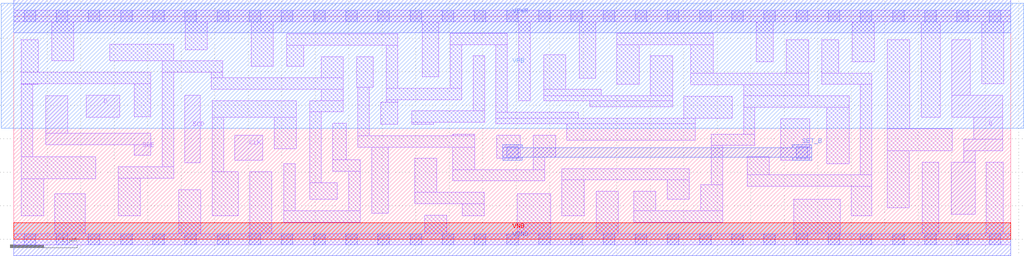
<source format=lef>
# Copyright 2020 The SkyWater PDK Authors
#
# Licensed under the Apache License, Version 2.0 (the "License");
# you may not use this file except in compliance with the License.
# You may obtain a copy of the License at
#
#     https://www.apache.org/licenses/LICENSE-2.0
#
# Unless required by applicable law or agreed to in writing, software
# distributed under the License is distributed on an "AS IS" BASIS,
# WITHOUT WARRANTIES OR CONDITIONS OF ANY KIND, either express or implied.
# See the License for the specific language governing permissions and
# limitations under the License.
#
# SPDX-License-Identifier: Apache-2.0

VERSION 5.7 ;
  NOWIREEXTENSIONATPIN ON ;
  DIVIDERCHAR "/" ;
  BUSBITCHARS "[]" ;
MACRO sky130_fd_sc_ls__sdfstp_2
  CLASS CORE ;
  FOREIGN sky130_fd_sc_ls__sdfstp_2 ;
  ORIGIN  0.000000  0.000000 ;
  SIZE  14.88000 BY  3.330000 ;
  SYMMETRY X Y ;
  SITE unit ;
  PIN D
    ANTENNAGATEAREA  0.159000 ;
    DIRECTION INPUT ;
    USE SIGNAL ;
    PORT
      LAYER li1 ;
        RECT 1.085000 1.820000 1.585000 2.150000 ;
    END
  END D
  PIN Q
    ANTENNADIFFAREA  0.543200 ;
    DIRECTION OUTPUT ;
    USE SIGNAL ;
    PORT
      LAYER li1 ;
        RECT 13.990000 0.370000 14.345000 1.150000 ;
        RECT 13.995000 1.820000 14.755000 2.150000 ;
        RECT 13.995000 2.150000 14.275000 2.980000 ;
        RECT 14.175000 1.150000 14.345000 1.320000 ;
        RECT 14.175000 1.320000 14.755000 1.490000 ;
        RECT 14.325000 1.490000 14.755000 1.820000 ;
    END
  END Q
  PIN SCD
    ANTENNAGATEAREA  0.159000 ;
    DIRECTION INPUT ;
    USE SIGNAL ;
    PORT
      LAYER li1 ;
        RECT 2.555000 1.140000 2.780000 2.150000 ;
    END
  END SCD
  PIN SCE
    ANTENNAGATEAREA  0.318000 ;
    DIRECTION INPUT ;
    USE SIGNAL ;
    PORT
      LAYER li1 ;
        RECT 0.475000 1.410000 2.045000 1.580000 ;
        RECT 0.475000 1.580000 0.805000 2.140000 ;
        RECT 1.795000 1.250000 2.045000 1.410000 ;
    END
  END SCE
  PIN SET_B
    ANTENNAGATEAREA  0.252000 ;
    DIRECTION INPUT ;
    USE SIGNAL ;
    PORT
      LAYER met1 ;
        RECT  7.295000 1.180000  7.585000 1.225000 ;
        RECT  7.295000 1.225000 11.905000 1.365000 ;
        RECT  7.295000 1.365000  7.585000 1.410000 ;
        RECT 11.615000 1.180000 11.905000 1.225000 ;
        RECT 11.615000 1.365000 11.905000 1.410000 ;
    END
  END SET_B
  PIN VNB
    PORT
      LAYER pwell ;
        RECT 0.000000 0.000000 14.880000 0.245000 ;
    END
  END VNB
  PIN VPB
    PORT
      LAYER nwell ;
        RECT -0.190000 1.660000 15.070000 3.520000 ;
    END
  END VPB
  PIN CLK
    ANTENNAGATEAREA  0.279000 ;
    DIRECTION INPUT ;
    USE CLOCK ;
    PORT
      LAYER li1 ;
        RECT 3.300000 1.180000 3.715000 1.550000 ;
    END
  END CLK
  PIN VGND
    DIRECTION INOUT ;
    SHAPE ABUTMENT ;
    USE GROUND ;
    PORT
      LAYER met1 ;
        RECT 0.000000 -0.245000 14.880000 0.245000 ;
    END
  END VGND
  PIN VPWR
    DIRECTION INOUT ;
    SHAPE ABUTMENT ;
    USE POWER ;
    PORT
      LAYER met1 ;
        RECT 0.000000 3.085000 14.880000 3.575000 ;
    END
  END VPWR
  OBS
    LAYER li1 ;
      RECT  0.000000 -0.085000 14.880000 0.085000 ;
      RECT  0.000000  3.245000 14.880000 3.415000 ;
      RECT  0.115000  0.350000  0.445000 0.900000 ;
      RECT  0.115000  0.900000  1.225000 1.230000 ;
      RECT  0.115000  1.230000  0.285000 2.310000 ;
      RECT  0.115000  2.310000  0.365000 2.320000 ;
      RECT  0.115000  2.320000  2.045000 2.490000 ;
      RECT  0.115000  2.490000  0.365000 2.980000 ;
      RECT  0.565000  2.660000  0.895000 3.245000 ;
      RECT  0.615000  0.085000  1.070000 0.680000 ;
      RECT  1.435000  2.660000  2.385000 2.910000 ;
      RECT  1.560000  0.350000  1.890000 0.910000 ;
      RECT  1.560000  0.910000  2.385000 1.080000 ;
      RECT  1.795000  1.830000  2.045000 2.320000 ;
      RECT  2.215000  1.080000  2.385000 2.490000 ;
      RECT  2.215000  2.490000  3.120000 2.660000 ;
      RECT  2.460000  0.085000  2.790000 0.740000 ;
      RECT  2.560000  2.830000  2.890000 3.245000 ;
      RECT  2.950000  2.240000  4.915000 2.410000 ;
      RECT  2.950000  2.410000  3.120000 2.490000 ;
      RECT  2.960000  0.350000  3.350000 1.010000 ;
      RECT  2.960000  1.010000  3.130000 1.820000 ;
      RECT  2.960000  1.820000  4.215000 2.070000 ;
      RECT  3.520000  0.085000  3.850000 1.010000 ;
      RECT  3.545000  2.580000  3.875000 3.245000 ;
      RECT  3.885000  1.350000  4.215000 1.820000 ;
      RECT  4.030000  0.255000  5.170000 0.425000 ;
      RECT  4.030000  0.425000  4.200000 1.130000 ;
      RECT  4.075000  2.580000  4.325000 2.895000 ;
      RECT  4.075000  2.895000  5.730000 3.065000 ;
      RECT  4.420000  0.595000  4.830000 0.845000 ;
      RECT  4.420000  0.845000  4.590000 1.900000 ;
      RECT  4.420000  1.900000  4.915000 2.070000 ;
      RECT  4.585000  2.070000  4.915000 2.240000 ;
      RECT  4.585000  2.410000  4.915000 2.725000 ;
      RECT  4.760000  1.015000  5.170000 1.185000 ;
      RECT  4.760000  1.185000  4.965000 1.730000 ;
      RECT  5.000000  0.425000  5.170000 1.015000 ;
      RECT  5.115000  2.265000  5.365000 2.725000 ;
      RECT  5.135000  1.375000  6.880000 1.545000 ;
      RECT  5.135000  1.545000  5.305000 2.265000 ;
      RECT  5.340000  0.385000  5.590000 1.375000 ;
      RECT  5.475000  1.715000  5.730000 2.045000 ;
      RECT  5.560000  2.045000  5.730000 2.085000 ;
      RECT  5.560000  2.085000  6.685000 2.255000 ;
      RECT  5.560000  2.255000  5.730000 2.895000 ;
      RECT  5.940000  1.715000  6.270000 1.745000 ;
      RECT  5.940000  1.745000  7.025000 1.915000 ;
      RECT  5.980000  0.530000  7.020000 0.700000 ;
      RECT  5.980000  0.700000  6.310000 1.205000 ;
      RECT  6.095000  2.425000  6.345000 3.245000 ;
      RECT  6.130000  0.085000  6.460000 0.360000 ;
      RECT  6.515000  2.255000  6.685000 2.905000 ;
      RECT  6.515000  2.905000  7.365000 3.075000 ;
      RECT  6.550000  0.870000  7.925000 1.040000 ;
      RECT  6.550000  1.040000  6.880000 1.375000 ;
      RECT  6.550000  1.545000  6.880000 1.570000 ;
      RECT  6.690000  0.350000  7.020000 0.530000 ;
      RECT  6.855000  1.915000  7.025000 2.735000 ;
      RECT  7.195000  1.725000 10.170000 1.805000 ;
      RECT  7.195000  1.805000  8.425000 1.895000 ;
      RECT  7.195000  1.895000  7.365000 2.905000 ;
      RECT  7.205000  1.210000  7.555000 1.555000 ;
      RECT  7.510000  0.085000  8.010000 0.680000 ;
      RECT  7.535000  2.065000  7.705000 3.245000 ;
      RECT  7.755000  1.040000  7.925000 1.225000 ;
      RECT  7.755000  1.225000  8.085000 1.555000 ;
      RECT  7.905000  2.065000  9.830000 2.145000 ;
      RECT  7.905000  2.145000  8.765000 2.235000 ;
      RECT  7.905000  2.235000  8.235000 2.755000 ;
      RECT  8.180000  0.350000  8.510000 0.885000 ;
      RECT  8.180000  0.885000 10.080000 1.055000 ;
      RECT  8.255000  1.475000 10.170000 1.725000 ;
      RECT  8.435000  2.405000  8.685000 3.245000 ;
      RECT  8.595000  1.975000  9.830000 2.065000 ;
      RECT  8.690000  0.085000  9.020000 0.715000 ;
      RECT  9.000000  2.315000  9.330000 2.905000 ;
      RECT  9.000000  2.905000 10.435000 3.075000 ;
      RECT  9.250000  0.255000 10.580000 0.425000 ;
      RECT  9.250000  0.425000  9.580000 0.715000 ;
      RECT  9.500000  2.145000  9.830000 2.735000 ;
      RECT  9.750000  0.595000 10.080000 0.885000 ;
      RECT 10.000000  1.805000 10.720000 2.135000 ;
      RECT 10.105000  2.305000 11.860000 2.475000 ;
      RECT 10.105000  2.475000 10.435000 2.905000 ;
      RECT 10.250000  0.425000 10.580000 0.810000 ;
      RECT 10.410000  0.810000 10.580000 1.400000 ;
      RECT 10.410000  1.400000 11.060000 1.570000 ;
      RECT 10.890000  1.570000 11.060000 1.970000 ;
      RECT 10.890000  1.970000 12.465000 2.140000 ;
      RECT 10.890000  2.140000 11.860000 2.305000 ;
      RECT 10.945000  0.790000 12.805000 0.960000 ;
      RECT 10.945000  0.960000 11.275000 1.230000 ;
      RECT 11.080000  2.645000 11.330000 3.245000 ;
      RECT 11.445000  1.180000 11.875000 1.800000 ;
      RECT 11.530000  2.475000 11.860000 2.980000 ;
      RECT 11.640000  0.085000 12.330000 0.600000 ;
      RECT 12.060000  2.310000 12.805000 2.480000 ;
      RECT 12.060000  2.480000 12.310000 2.980000 ;
      RECT 12.135000  1.130000 12.465000 1.970000 ;
      RECT 12.500000  0.350000 12.805000 0.790000 ;
      RECT 12.510000  2.650000 12.840000 3.245000 ;
      RECT 12.635000  0.960000 12.805000 2.310000 ;
      RECT 13.035000  0.470000 13.365000 1.320000 ;
      RECT 13.035000  1.320000 14.005000 1.650000 ;
      RECT 13.035000  1.650000 13.370000 2.980000 ;
      RECT 13.540000  1.820000 13.825000 3.245000 ;
      RECT 13.555000  0.085000 13.805000 1.150000 ;
      RECT 14.445000  2.320000 14.775000 3.245000 ;
      RECT 14.515000  0.085000 14.765000 1.150000 ;
    LAYER mcon ;
      RECT  0.155000 -0.085000  0.325000 0.085000 ;
      RECT  0.155000  3.245000  0.325000 3.415000 ;
      RECT  0.635000 -0.085000  0.805000 0.085000 ;
      RECT  0.635000  3.245000  0.805000 3.415000 ;
      RECT  1.115000 -0.085000  1.285000 0.085000 ;
      RECT  1.115000  3.245000  1.285000 3.415000 ;
      RECT  1.595000 -0.085000  1.765000 0.085000 ;
      RECT  1.595000  3.245000  1.765000 3.415000 ;
      RECT  2.075000 -0.085000  2.245000 0.085000 ;
      RECT  2.075000  3.245000  2.245000 3.415000 ;
      RECT  2.555000 -0.085000  2.725000 0.085000 ;
      RECT  2.555000  3.245000  2.725000 3.415000 ;
      RECT  3.035000 -0.085000  3.205000 0.085000 ;
      RECT  3.035000  3.245000  3.205000 3.415000 ;
      RECT  3.515000 -0.085000  3.685000 0.085000 ;
      RECT  3.515000  3.245000  3.685000 3.415000 ;
      RECT  3.995000 -0.085000  4.165000 0.085000 ;
      RECT  3.995000  3.245000  4.165000 3.415000 ;
      RECT  4.475000 -0.085000  4.645000 0.085000 ;
      RECT  4.475000  3.245000  4.645000 3.415000 ;
      RECT  4.955000 -0.085000  5.125000 0.085000 ;
      RECT  4.955000  3.245000  5.125000 3.415000 ;
      RECT  5.435000 -0.085000  5.605000 0.085000 ;
      RECT  5.435000  3.245000  5.605000 3.415000 ;
      RECT  5.915000 -0.085000  6.085000 0.085000 ;
      RECT  5.915000  3.245000  6.085000 3.415000 ;
      RECT  6.395000 -0.085000  6.565000 0.085000 ;
      RECT  6.395000  3.245000  6.565000 3.415000 ;
      RECT  6.875000 -0.085000  7.045000 0.085000 ;
      RECT  6.875000  3.245000  7.045000 3.415000 ;
      RECT  7.355000 -0.085000  7.525000 0.085000 ;
      RECT  7.355000  1.210000  7.525000 1.380000 ;
      RECT  7.355000  3.245000  7.525000 3.415000 ;
      RECT  7.835000 -0.085000  8.005000 0.085000 ;
      RECT  7.835000  3.245000  8.005000 3.415000 ;
      RECT  8.315000 -0.085000  8.485000 0.085000 ;
      RECT  8.315000  3.245000  8.485000 3.415000 ;
      RECT  8.795000 -0.085000  8.965000 0.085000 ;
      RECT  8.795000  3.245000  8.965000 3.415000 ;
      RECT  9.275000 -0.085000  9.445000 0.085000 ;
      RECT  9.275000  3.245000  9.445000 3.415000 ;
      RECT  9.755000 -0.085000  9.925000 0.085000 ;
      RECT  9.755000  3.245000  9.925000 3.415000 ;
      RECT 10.235000 -0.085000 10.405000 0.085000 ;
      RECT 10.235000  3.245000 10.405000 3.415000 ;
      RECT 10.715000 -0.085000 10.885000 0.085000 ;
      RECT 10.715000  3.245000 10.885000 3.415000 ;
      RECT 11.195000 -0.085000 11.365000 0.085000 ;
      RECT 11.195000  3.245000 11.365000 3.415000 ;
      RECT 11.675000 -0.085000 11.845000 0.085000 ;
      RECT 11.675000  1.210000 11.845000 1.380000 ;
      RECT 11.675000  3.245000 11.845000 3.415000 ;
      RECT 12.155000 -0.085000 12.325000 0.085000 ;
      RECT 12.155000  3.245000 12.325000 3.415000 ;
      RECT 12.635000 -0.085000 12.805000 0.085000 ;
      RECT 12.635000  3.245000 12.805000 3.415000 ;
      RECT 13.115000 -0.085000 13.285000 0.085000 ;
      RECT 13.115000  3.245000 13.285000 3.415000 ;
      RECT 13.595000 -0.085000 13.765000 0.085000 ;
      RECT 13.595000  3.245000 13.765000 3.415000 ;
      RECT 14.075000 -0.085000 14.245000 0.085000 ;
      RECT 14.075000  3.245000 14.245000 3.415000 ;
      RECT 14.555000 -0.085000 14.725000 0.085000 ;
      RECT 14.555000  3.245000 14.725000 3.415000 ;
  END
END sky130_fd_sc_ls__sdfstp_2
END LIBRARY

</source>
